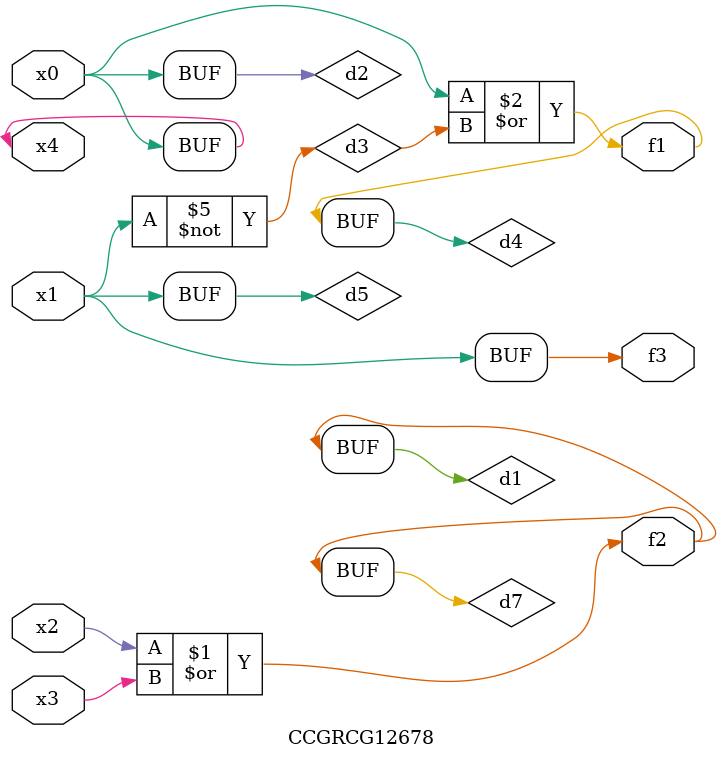
<source format=v>
module CCGRCG12678(
	input x0, x1, x2, x3, x4,
	output f1, f2, f3
);

	wire d1, d2, d3, d4, d5, d6, d7;

	or (d1, x2, x3);
	buf (d2, x0, x4);
	not (d3, x1);
	or (d4, d2, d3);
	not (d5, d3);
	nand (d6, d1, d3);
	or (d7, d1);
	assign f1 = d4;
	assign f2 = d7;
	assign f3 = d5;
endmodule

</source>
